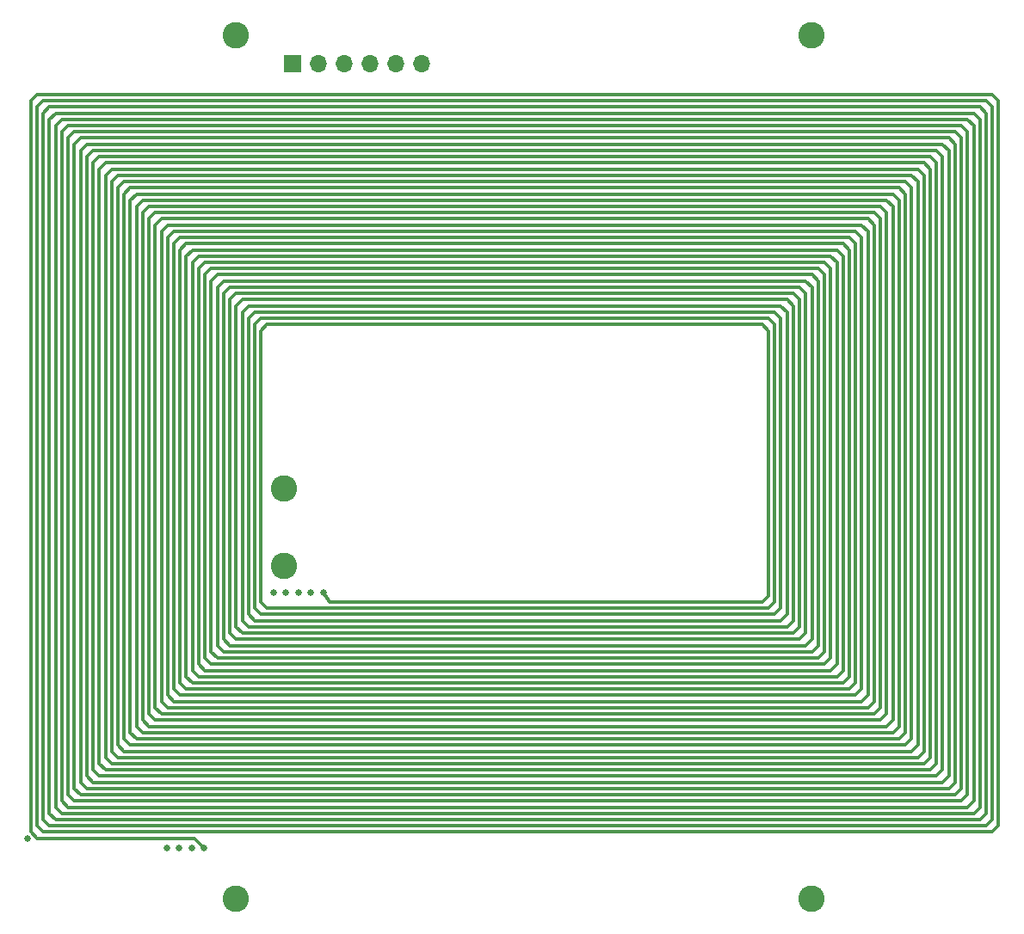
<source format=gbr>
%TF.GenerationSoftware,KiCad,Pcbnew,(6.0.5)*%
%TF.CreationDate,2022-08-19T16:14:06-07:00*%
%TF.ProjectId,Coil_Panels_Z,436f696c-5f50-4616-9e65-6c735f5a2e6b,rev?*%
%TF.SameCoordinates,Original*%
%TF.FileFunction,Copper,L5,Inr*%
%TF.FilePolarity,Positive*%
%FSLAX46Y46*%
G04 Gerber Fmt 4.6, Leading zero omitted, Abs format (unit mm)*
G04 Created by KiCad (PCBNEW (6.0.5)) date 2022-08-19 16:14:06*
%MOMM*%
%LPD*%
G01*
G04 APERTURE LIST*
%TA.AperFunction,ComponentPad*%
%ADD10C,2.600000*%
%TD*%
%TA.AperFunction,ComponentPad*%
%ADD11R,1.700000X1.700000*%
%TD*%
%TA.AperFunction,ComponentPad*%
%ADD12O,1.700000X1.700000*%
%TD*%
%TA.AperFunction,ViaPad*%
%ADD13C,0.650000*%
%TD*%
%TA.AperFunction,Conductor*%
%ADD14C,0.306000*%
%TD*%
G04 APERTURE END LIST*
D10*
%TO.N,unconnected-(H1-Pad1)*%
%TO.C,H1*%
X119708000Y-136558000D03*
%TD*%
%TO.N,Coil_IN*%
%TO.C,TP1*%
X124500000Y-96190000D03*
X124500000Y-103810000D03*
%TD*%
D11*
%TO.N,Net-(J1-Pad1)*%
%TO.C,J1*%
X125310000Y-54370000D03*
D12*
%TO.N,Net-(J1-Pad2)*%
X127850000Y-54370000D03*
%TO.N,Net-(J1-Pad3)*%
X130390000Y-54370000D03*
%TO.N,Net-(J1-Pad4)*%
X132930000Y-54370000D03*
%TO.N,Net-(J1-Pad5)*%
X135470000Y-54370000D03*
%TO.N,Net-(J1-Pad6)*%
X138010000Y-54370000D03*
%TD*%
D10*
%TO.N,unconnected-(H4-Pad1)*%
%TO.C,H4*%
X176382000Y-136558000D03*
%TD*%
%TO.N,unconnected-(H2-Pad1)*%
%TO.C,H2*%
X119708000Y-51558000D03*
%TD*%
%TO.N,unconnected-(H3-Pad1)*%
%TO.C,H3*%
X176382000Y-51558000D03*
%TD*%
D13*
%TO.N,Coil_IN*%
X124656000Y-106452799D03*
X125880000Y-106452799D03*
X112930000Y-131544800D03*
X128328000Y-106452799D03*
X115378000Y-131544800D03*
X116602000Y-131544800D03*
X99260000Y-130650000D03*
X114154000Y-131544800D03*
X123432000Y-106452799D03*
X127104000Y-106452799D03*
%TD*%
D14*
%TO.N,Coil_IN*%
X172755999Y-80046800D02*
X172755999Y-107370800D01*
X190504000Y-125118800D02*
X189892000Y-125730800D01*
X112416000Y-70866800D02*
X113028000Y-70254800D01*
X117924000Y-76374800D02*
X117924000Y-111654800D01*
X105683999Y-62910800D02*
X188668000Y-62910800D01*
X190504000Y-62298800D02*
X190504000Y-125118800D01*
X115684000Y-130626800D02*
X116602000Y-131544800D01*
X102624000Y-61074800D02*
X102624000Y-126954800D01*
X185608000Y-121446800D02*
X109356000Y-121446800D01*
X122208000Y-80658799D02*
X122820000Y-80046800D01*
X184384000Y-118998800D02*
X183772000Y-119610800D01*
X175816000Y-110430800D02*
X175204000Y-111042800D01*
X183160000Y-118998800D02*
X111804000Y-118998800D01*
X188056000Y-122670800D02*
X187444000Y-123282800D01*
X183159999Y-117774800D02*
X182548000Y-118386800D01*
X191116000Y-60462800D02*
X191728000Y-61074800D01*
X108132000Y-66582800D02*
X108743999Y-65970800D01*
X105072000Y-63522800D02*
X105683999Y-62910800D01*
X100788000Y-58014800D02*
X193564000Y-58014800D01*
X117924000Y-76374800D02*
X118536000Y-75762800D01*
X191728000Y-127566800D02*
X103236000Y-127566800D01*
X178264000Y-114102800D02*
X116700000Y-114102800D01*
X175816000Y-76986800D02*
X175816000Y-110430800D01*
X107520000Y-123282800D02*
X106908000Y-122670800D01*
X192340000Y-128178800D02*
X102624000Y-128178800D01*
X186220000Y-65358800D02*
X186832000Y-65970800D01*
X114864000Y-73314800D02*
X115475999Y-72702800D01*
X108132000Y-122670800D02*
X107520000Y-122058800D01*
X193563999Y-59238800D02*
X193563999Y-128178800D01*
X182548000Y-70254800D02*
X182548000Y-117162800D01*
X99564000Y-58014800D02*
X100176000Y-57402800D01*
X111192000Y-68418800D02*
X183160000Y-68418800D01*
X108744000Y-67194800D02*
X109356000Y-66582800D01*
X176427999Y-76374800D02*
X176427999Y-111042800D01*
X105072000Y-63522800D02*
X105072000Y-124506800D01*
X188056000Y-63522800D02*
X188668000Y-64134800D01*
X103848000Y-126954800D02*
X103236000Y-126342800D01*
X181324000Y-117162800D02*
X113640000Y-117162800D01*
X114864000Y-73314800D02*
X114864000Y-114714800D01*
X189279999Y-63522800D02*
X189279999Y-123894800D01*
X120372000Y-78822800D02*
X120984000Y-78210800D01*
X176427999Y-111042800D02*
X175816000Y-111654800D01*
X108743999Y-65970800D02*
X185608000Y-65970800D01*
X119148000Y-111654800D02*
X118536000Y-111042800D01*
X194176000Y-130014800D02*
X100788000Y-130014800D01*
X122820000Y-107982800D02*
X122208000Y-107370800D01*
X181936000Y-116550800D02*
X181324000Y-117162800D01*
X100788000Y-130014800D02*
X100176000Y-129402800D01*
X188668000Y-62910800D02*
X189279999Y-63522800D01*
X113640000Y-117162800D02*
X113028000Y-116550800D01*
X182548000Y-117162800D02*
X181936000Y-117774800D01*
X120372000Y-110430800D02*
X119760000Y-109818800D01*
X186832000Y-121446800D02*
X186220000Y-122058800D01*
X119760000Y-78210800D02*
X120372000Y-77598800D01*
X184996000Y-66582800D02*
X185608000Y-67194800D01*
X105072000Y-62298800D02*
X189280000Y-62298800D01*
X114252000Y-72702799D02*
X114252000Y-115326800D01*
X183159999Y-69642800D02*
X183159999Y-117774800D01*
X171532000Y-80046800D02*
X172144000Y-80658799D01*
X173980000Y-78822800D02*
X173980000Y-108594800D01*
X110580000Y-69030800D02*
X111192000Y-68418800D01*
X118536000Y-75762800D02*
X175816000Y-75762800D01*
X111804000Y-70254800D02*
X112415999Y-69642800D01*
X111192000Y-119610800D02*
X110580000Y-118998800D01*
X119760000Y-111042800D02*
X119148000Y-110430800D01*
X189280000Y-125118800D02*
X105684000Y-125118800D01*
X110580000Y-69030800D02*
X110580000Y-118998800D01*
X107520000Y-64746800D02*
X186832000Y-64746800D01*
X194176000Y-58626800D02*
X194176000Y-128790800D01*
X112416000Y-70866800D02*
X112416000Y-117162800D01*
X102624000Y-61074800D02*
X103236000Y-60462800D01*
X115476000Y-73926799D02*
X115476000Y-114102800D01*
X175816000Y-75762800D02*
X176427999Y-76374800D01*
X117312000Y-113490800D02*
X116700000Y-112878800D01*
X103236000Y-61686800D02*
X103236000Y-126342800D01*
X190504000Y-126342800D02*
X104460000Y-126342800D01*
X100176000Y-58626800D02*
X100788000Y-58014800D01*
X172144000Y-106758800D02*
X171532000Y-107370800D01*
X174592000Y-109206800D02*
X173980000Y-109818800D01*
X193564000Y-58014800D02*
X194176000Y-58626800D01*
X178876000Y-72702800D02*
X179487999Y-73314800D01*
X180100000Y-71478800D02*
X180712000Y-72090799D01*
X109356000Y-67806800D02*
X109356000Y-120222800D01*
X120984000Y-79434799D02*
X121596000Y-78822800D01*
X119148000Y-76374800D02*
X175204000Y-76374800D01*
X173368000Y-109206800D02*
X121596000Y-109206800D01*
X103236000Y-60462800D02*
X191116000Y-60462800D01*
X117924000Y-112878800D02*
X117312000Y-112266800D01*
X120984000Y-79434799D02*
X120984000Y-108594800D01*
X185608000Y-67194800D02*
X185608000Y-120222800D01*
X191728000Y-61074800D02*
X191728000Y-126342800D01*
X192952000Y-59850800D02*
X192952000Y-127566800D01*
X180712000Y-72090799D02*
X180712000Y-115326800D01*
X177040000Y-75762799D02*
X177040000Y-111654800D01*
X116088000Y-74538800D02*
X116088000Y-113490800D01*
X113640000Y-72090799D02*
X114252000Y-71478800D01*
X175204000Y-111042800D02*
X119760000Y-111042800D01*
X191116000Y-126954800D02*
X103848000Y-126954800D01*
X101400000Y-59850800D02*
X102011999Y-59238800D01*
X110580000Y-67806800D02*
X183772000Y-67806800D01*
X117312000Y-74538800D02*
X177040000Y-74538800D01*
X180099999Y-114714800D02*
X179487999Y-115326800D01*
X177652000Y-73926800D02*
X178264000Y-74538800D01*
X188056000Y-123894800D02*
X106908000Y-123894800D01*
X116700000Y-114102800D02*
X116088000Y-113490800D01*
X187444000Y-64134800D02*
X188056000Y-64746800D01*
X173980000Y-109818800D02*
X120984000Y-109818800D01*
X111192000Y-69642800D02*
X111804000Y-69030800D01*
X178876000Y-73926799D02*
X178876000Y-113490800D01*
X191728000Y-126342800D02*
X191116000Y-126954800D01*
X100788000Y-59238800D02*
X101400000Y-58626800D01*
X118536000Y-76986800D02*
X119148000Y-76374800D01*
X182548000Y-118386800D02*
X112416000Y-118386800D01*
X101400000Y-59850800D02*
X101400000Y-128178800D01*
X175204000Y-76374800D02*
X175816000Y-76986800D01*
X106296000Y-64746800D02*
X106908000Y-64134800D01*
X104460000Y-62910800D02*
X105072000Y-62298800D01*
X184384000Y-120222800D02*
X110580000Y-120222800D01*
X178264000Y-73314800D02*
X178876000Y-73926799D01*
X120372000Y-77598800D02*
X173980000Y-77598800D01*
X102011999Y-59238800D02*
X192340000Y-59238800D01*
X180712000Y-115326800D02*
X180100000Y-115938800D01*
X109356000Y-121446800D02*
X108744000Y-120834800D01*
X188668000Y-64134800D02*
X188668000Y-123282800D01*
X109968000Y-120834800D02*
X109356000Y-120222800D01*
X192952000Y-127566800D02*
X192340000Y-128178800D01*
X183772000Y-119610800D02*
X111192000Y-119610800D01*
X109968000Y-67194800D02*
X184384000Y-67194800D01*
X186220000Y-122058800D02*
X108744000Y-122058800D01*
X111192000Y-69642800D02*
X111192000Y-118386800D01*
X194176000Y-128790800D02*
X193564000Y-129402800D01*
X189892000Y-62910800D02*
X189892000Y-124506800D01*
X115476000Y-115326800D02*
X114864000Y-114714800D01*
X114252000Y-71478800D02*
X180100000Y-71478800D01*
X177040000Y-112878800D02*
X117924000Y-112878800D01*
X100176000Y-58626800D02*
X100176000Y-129402800D01*
X186832000Y-122670800D02*
X108132000Y-122670800D01*
X192951999Y-128790800D02*
X102012000Y-128790800D01*
X193563999Y-128178800D02*
X192951999Y-128790800D01*
X106296000Y-64746800D02*
X106296000Y-123282800D01*
X177652000Y-75150800D02*
X177652000Y-112266800D01*
X172756000Y-108594800D02*
X122208000Y-108594800D01*
X103236000Y-127566800D02*
X102624000Y-126954800D01*
X122208000Y-108594800D02*
X121596000Y-107982800D01*
X178876000Y-114714800D02*
X116088000Y-114714800D01*
X189279999Y-123894800D02*
X188668000Y-124506800D01*
X172144000Y-80658799D02*
X172144000Y-106758800D01*
X189892000Y-61686800D02*
X190504000Y-62298800D01*
X178264000Y-112878800D02*
X177652000Y-113490800D01*
X116088000Y-74538800D02*
X116700000Y-73926800D01*
X173368000Y-78210800D02*
X173980000Y-78822800D01*
X183772000Y-69030800D02*
X183772000Y-118386800D01*
X172756000Y-78822800D02*
X173368000Y-79434799D01*
X179487999Y-114102800D02*
X178876000Y-114714800D01*
X174592000Y-78210800D02*
X174592000Y-109206800D01*
X187444000Y-65358800D02*
X187444000Y-122058800D01*
X173980000Y-77598800D02*
X174592000Y-78210800D01*
X102012000Y-60462800D02*
X102012000Y-127566800D01*
X183160000Y-68418800D02*
X183772000Y-69030800D01*
X186832000Y-64746800D02*
X187444000Y-65358800D01*
X188668000Y-123282800D02*
X188056000Y-123894800D01*
X109356000Y-67806800D02*
X109968000Y-67194800D01*
X181936000Y-70866800D02*
X181936000Y-116550800D01*
X106908000Y-65358800D02*
X107520000Y-64746800D01*
X172144000Y-79434800D02*
X172755999Y-80046800D01*
X191116000Y-125730800D02*
X190504000Y-126342800D01*
X103236000Y-61686800D02*
X103848000Y-61074800D01*
X119148000Y-77598800D02*
X119148000Y-110430800D01*
X109356000Y-66582800D02*
X184996000Y-66582800D01*
X99564000Y-130014800D02*
X100176000Y-130626800D01*
X175816000Y-111654800D02*
X119148000Y-111654800D01*
X189892000Y-124506800D02*
X189280000Y-125118800D01*
X117312000Y-75762799D02*
X117924000Y-75150800D01*
X103848000Y-62298800D02*
X103848000Y-125730800D01*
X180100000Y-115938800D02*
X114864000Y-115938800D01*
X113640000Y-72090799D02*
X113640000Y-115938800D01*
X113028000Y-71478800D02*
X113640000Y-70866800D01*
X106908000Y-64134800D02*
X187444000Y-64134800D01*
X107520000Y-65970800D02*
X107520000Y-122058800D01*
X194788000Y-129402800D02*
X194176000Y-130014800D01*
X122207999Y-79434800D02*
X172144000Y-79434800D01*
X183772000Y-67806800D02*
X184384000Y-68418800D01*
X108132000Y-65358800D02*
X186220000Y-65358800D01*
X114252000Y-72702799D02*
X114864000Y-72090799D01*
X116088000Y-114714800D02*
X115476000Y-114102800D01*
X112416000Y-118386800D02*
X111804000Y-117774800D01*
X180712000Y-70866800D02*
X181324000Y-71478800D01*
X180712000Y-116550800D02*
X114252000Y-116550800D01*
X103848000Y-62298800D02*
X104460000Y-61686800D01*
X107520000Y-65970800D02*
X108132000Y-65358800D01*
X105684000Y-64134800D02*
X105684000Y-123894800D01*
X177040000Y-74538800D02*
X177652000Y-75150800D01*
X183772000Y-118386800D02*
X183160000Y-118998800D01*
X105684000Y-125118800D02*
X105072000Y-124506800D01*
X117312000Y-75762799D02*
X117312000Y-112266800D01*
X114864000Y-115938800D02*
X114252000Y-115326800D01*
X119148000Y-77598800D02*
X119760000Y-76986800D01*
X101400000Y-129402800D02*
X100788000Y-128790800D01*
X185608000Y-65970800D02*
X186219999Y-66582800D01*
X193564000Y-129402800D02*
X101400000Y-129402800D01*
X117924000Y-75150800D02*
X176428000Y-75150800D01*
X181936000Y-117774800D02*
X113028000Y-117774800D01*
X181936000Y-69642800D02*
X182548000Y-70254800D01*
X188668000Y-124506800D02*
X106296000Y-124506800D01*
X104460000Y-62910800D02*
X104460000Y-125118800D01*
X113028000Y-71478800D02*
X113028000Y-116550800D01*
X118536000Y-76986800D02*
X118536000Y-111042800D01*
X106908000Y-65358800D02*
X106908000Y-122670800D01*
X116700000Y-75150800D02*
X116700000Y-112878800D01*
X119760000Y-76986800D02*
X174592000Y-76986800D01*
X119760000Y-78210800D02*
X119760000Y-109818800D01*
X191116000Y-61686800D02*
X191116000Y-125730800D01*
X192951999Y-58626800D02*
X193563999Y-59238800D01*
X194788000Y-58014800D02*
X194788000Y-129402800D01*
X192340000Y-59238800D02*
X192952000Y-59850800D01*
X122820000Y-80046800D02*
X171532000Y-80046800D01*
X100176000Y-57402800D02*
X194176000Y-57402800D01*
X106908000Y-123894800D02*
X106296000Y-123282800D01*
X104460000Y-126342800D02*
X103848000Y-125730800D01*
X171532000Y-107370800D02*
X128940000Y-107370800D01*
X184996000Y-120834800D02*
X109968000Y-120834800D01*
X189892000Y-125730800D02*
X105072000Y-125730800D01*
X105684000Y-64134800D02*
X106296000Y-63522800D01*
X176428000Y-75150800D02*
X177040000Y-75762799D01*
X173368000Y-79434799D02*
X173368000Y-107982800D01*
X180099999Y-72702799D02*
X180099999Y-114714800D01*
X99564000Y-58014800D02*
X99564000Y-130014800D01*
X111804000Y-70254800D02*
X111804000Y-117774800D01*
X115476000Y-73926799D02*
X116088000Y-73314800D01*
X175204000Y-77598800D02*
X175204000Y-109818800D01*
X116700000Y-75150800D02*
X117312000Y-74538800D01*
X128940000Y-107370800D02*
X128328000Y-106452799D01*
X109968000Y-68418800D02*
X109968000Y-119610800D01*
X102624000Y-128178800D02*
X102012000Y-127566800D01*
X175204000Y-109818800D02*
X174592000Y-110430800D01*
X121596000Y-78822800D02*
X172756000Y-78822800D01*
X114252000Y-116550800D02*
X113640000Y-115938800D01*
X121596000Y-109206800D02*
X120984000Y-108594800D01*
X174592000Y-110430800D02*
X120372000Y-110430800D01*
X182548000Y-69030800D02*
X183159999Y-69642800D01*
X106296000Y-124506800D02*
X105684000Y-123894800D01*
X106296000Y-63522800D02*
X188056000Y-63522800D01*
X189280000Y-62298800D02*
X189892000Y-62910800D01*
X172144000Y-107982800D02*
X122820000Y-107982800D01*
X116700000Y-73926800D02*
X177652000Y-73926800D01*
X192340000Y-60462800D02*
X192340000Y-126954800D01*
X185608000Y-120222800D02*
X184996000Y-120834800D01*
X120984000Y-78210800D02*
X173368000Y-78210800D01*
X186219999Y-66582800D02*
X186219999Y-120834800D01*
X177652000Y-112266800D02*
X177040000Y-112878800D01*
X103848000Y-61074800D02*
X190504000Y-61074800D01*
X173980000Y-108594800D02*
X173368000Y-109206800D01*
X115475999Y-72702800D02*
X178876000Y-72702800D01*
X120372000Y-78822800D02*
X120372000Y-109206800D01*
X102624000Y-59850800D02*
X191728000Y-59850800D01*
X111804000Y-118998800D02*
X111192000Y-118386800D01*
X100176000Y-130626800D02*
X115684000Y-130626800D01*
X105072000Y-125730800D02*
X104460000Y-125118800D01*
X179487999Y-72090799D02*
X180099999Y-72702799D01*
X173368000Y-107982800D02*
X172756000Y-108594800D01*
X104460000Y-61686800D02*
X189892000Y-61686800D01*
X120984000Y-109818800D02*
X120372000Y-109206800D01*
X191728000Y-59850800D02*
X192340000Y-60462800D01*
X102012000Y-60462800D02*
X102624000Y-59850800D01*
X118536000Y-112266800D02*
X117924000Y-111654800D01*
X113028000Y-117774800D02*
X112416000Y-117162800D01*
X184384000Y-67194800D02*
X184996000Y-67806800D01*
X108744000Y-67194800D02*
X108744000Y-120834800D01*
X108132000Y-66582800D02*
X108132000Y-121446800D01*
X192340000Y-126954800D02*
X191728000Y-127566800D01*
X181324000Y-71478800D02*
X181324000Y-115938800D01*
X181324000Y-115938800D02*
X180712000Y-116550800D01*
X112415999Y-69642800D02*
X181936000Y-69642800D01*
X184996000Y-67806800D02*
X184996000Y-119610800D01*
X114864000Y-72090799D02*
X179487999Y-72090799D01*
X184996000Y-119610800D02*
X184384000Y-120222800D01*
X186219999Y-120834800D02*
X185608000Y-121446800D01*
X122208000Y-80658799D02*
X122208000Y-107370800D01*
X102012000Y-128790800D02*
X101400000Y-128178800D01*
X113640000Y-70866800D02*
X180712000Y-70866800D01*
X178876000Y-113490800D02*
X178264000Y-114102800D01*
X176428000Y-112266800D02*
X118536000Y-112266800D01*
X178264000Y-74538800D02*
X178264000Y-112878800D01*
X116088000Y-73314800D02*
X178264000Y-73314800D01*
X111804000Y-69030800D02*
X182548000Y-69030800D01*
X194176000Y-57402800D02*
X194788000Y-58014800D01*
X187444000Y-122058800D02*
X186832000Y-122670800D01*
X101400000Y-58626800D02*
X192951999Y-58626800D01*
X181324000Y-70254800D02*
X181936000Y-70866800D01*
X172755999Y-107370800D02*
X172144000Y-107982800D01*
X186832000Y-65970800D02*
X186832000Y-121446800D01*
X174592000Y-76986800D02*
X175204000Y-77598800D01*
X113028000Y-70254800D02*
X181324000Y-70254800D01*
X190504000Y-61074800D02*
X191116000Y-61686800D01*
X184384000Y-68418800D02*
X184384000Y-118998800D01*
X179487999Y-73314800D02*
X179487999Y-114102800D01*
X179487999Y-115326800D02*
X115476000Y-115326800D01*
X177040000Y-111654800D02*
X176428000Y-112266800D01*
X121596000Y-80046800D02*
X121596000Y-107982800D01*
X109968000Y-68418800D02*
X110580000Y-67806800D01*
X121596000Y-80046800D02*
X122207999Y-79434800D01*
X187444000Y-123282800D02*
X107520000Y-123282800D01*
X108744000Y-122058800D02*
X108132000Y-121446800D01*
X177652000Y-113490800D02*
X117312000Y-113490800D01*
X188056000Y-64746800D02*
X188056000Y-122670800D01*
X100788000Y-59238800D02*
X100788000Y-128790800D01*
X110580000Y-120222800D02*
X109968000Y-119610800D01*
%TD*%
M02*

</source>
